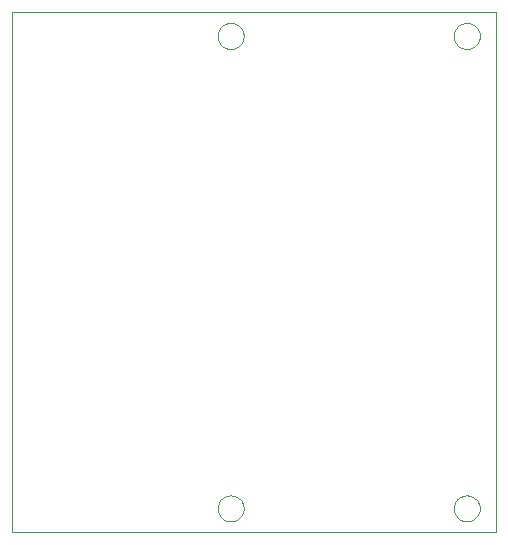
<source format=gko>
G75*
G70*
%OFA0B0*%
%FSLAX24Y24*%
%IPPOS*%
%LPD*%
%AMOC8*
5,1,8,0,0,1.08239X$1,22.5*
%
%ADD10C,0.0000*%
D10*
X014090Y000524D02*
X014090Y017847D01*
X030232Y017847D01*
X030232Y000524D01*
X014090Y000524D01*
X020941Y001311D02*
X020943Y001352D01*
X020949Y001393D01*
X020959Y001433D01*
X020972Y001472D01*
X020989Y001509D01*
X021010Y001545D01*
X021034Y001579D01*
X021061Y001610D01*
X021090Y001638D01*
X021123Y001664D01*
X021157Y001686D01*
X021194Y001705D01*
X021232Y001720D01*
X021272Y001732D01*
X021312Y001740D01*
X021353Y001744D01*
X021395Y001744D01*
X021436Y001740D01*
X021476Y001732D01*
X021516Y001720D01*
X021554Y001705D01*
X021590Y001686D01*
X021625Y001664D01*
X021658Y001638D01*
X021687Y001610D01*
X021714Y001579D01*
X021738Y001545D01*
X021759Y001509D01*
X021776Y001472D01*
X021789Y001433D01*
X021799Y001393D01*
X021805Y001352D01*
X021807Y001311D01*
X021805Y001270D01*
X021799Y001229D01*
X021789Y001189D01*
X021776Y001150D01*
X021759Y001113D01*
X021738Y001077D01*
X021714Y001043D01*
X021687Y001012D01*
X021658Y000984D01*
X021625Y000958D01*
X021591Y000936D01*
X021554Y000917D01*
X021516Y000902D01*
X021476Y000890D01*
X021436Y000882D01*
X021395Y000878D01*
X021353Y000878D01*
X021312Y000882D01*
X021272Y000890D01*
X021232Y000902D01*
X021194Y000917D01*
X021158Y000936D01*
X021123Y000958D01*
X021090Y000984D01*
X021061Y001012D01*
X021034Y001043D01*
X021010Y001077D01*
X020989Y001113D01*
X020972Y001150D01*
X020959Y001189D01*
X020949Y001229D01*
X020943Y001270D01*
X020941Y001311D01*
X028815Y001311D02*
X028817Y001352D01*
X028823Y001393D01*
X028833Y001433D01*
X028846Y001472D01*
X028863Y001509D01*
X028884Y001545D01*
X028908Y001579D01*
X028935Y001610D01*
X028964Y001638D01*
X028997Y001664D01*
X029031Y001686D01*
X029068Y001705D01*
X029106Y001720D01*
X029146Y001732D01*
X029186Y001740D01*
X029227Y001744D01*
X029269Y001744D01*
X029310Y001740D01*
X029350Y001732D01*
X029390Y001720D01*
X029428Y001705D01*
X029464Y001686D01*
X029499Y001664D01*
X029532Y001638D01*
X029561Y001610D01*
X029588Y001579D01*
X029612Y001545D01*
X029633Y001509D01*
X029650Y001472D01*
X029663Y001433D01*
X029673Y001393D01*
X029679Y001352D01*
X029681Y001311D01*
X029679Y001270D01*
X029673Y001229D01*
X029663Y001189D01*
X029650Y001150D01*
X029633Y001113D01*
X029612Y001077D01*
X029588Y001043D01*
X029561Y001012D01*
X029532Y000984D01*
X029499Y000958D01*
X029465Y000936D01*
X029428Y000917D01*
X029390Y000902D01*
X029350Y000890D01*
X029310Y000882D01*
X029269Y000878D01*
X029227Y000878D01*
X029186Y000882D01*
X029146Y000890D01*
X029106Y000902D01*
X029068Y000917D01*
X029032Y000936D01*
X028997Y000958D01*
X028964Y000984D01*
X028935Y001012D01*
X028908Y001043D01*
X028884Y001077D01*
X028863Y001113D01*
X028846Y001150D01*
X028833Y001189D01*
X028823Y001229D01*
X028817Y001270D01*
X028815Y001311D01*
X028815Y017060D02*
X028817Y017101D01*
X028823Y017142D01*
X028833Y017182D01*
X028846Y017221D01*
X028863Y017258D01*
X028884Y017294D01*
X028908Y017328D01*
X028935Y017359D01*
X028964Y017387D01*
X028997Y017413D01*
X029031Y017435D01*
X029068Y017454D01*
X029106Y017469D01*
X029146Y017481D01*
X029186Y017489D01*
X029227Y017493D01*
X029269Y017493D01*
X029310Y017489D01*
X029350Y017481D01*
X029390Y017469D01*
X029428Y017454D01*
X029464Y017435D01*
X029499Y017413D01*
X029532Y017387D01*
X029561Y017359D01*
X029588Y017328D01*
X029612Y017294D01*
X029633Y017258D01*
X029650Y017221D01*
X029663Y017182D01*
X029673Y017142D01*
X029679Y017101D01*
X029681Y017060D01*
X029679Y017019D01*
X029673Y016978D01*
X029663Y016938D01*
X029650Y016899D01*
X029633Y016862D01*
X029612Y016826D01*
X029588Y016792D01*
X029561Y016761D01*
X029532Y016733D01*
X029499Y016707D01*
X029465Y016685D01*
X029428Y016666D01*
X029390Y016651D01*
X029350Y016639D01*
X029310Y016631D01*
X029269Y016627D01*
X029227Y016627D01*
X029186Y016631D01*
X029146Y016639D01*
X029106Y016651D01*
X029068Y016666D01*
X029032Y016685D01*
X028997Y016707D01*
X028964Y016733D01*
X028935Y016761D01*
X028908Y016792D01*
X028884Y016826D01*
X028863Y016862D01*
X028846Y016899D01*
X028833Y016938D01*
X028823Y016978D01*
X028817Y017019D01*
X028815Y017060D01*
X020941Y017060D02*
X020943Y017101D01*
X020949Y017142D01*
X020959Y017182D01*
X020972Y017221D01*
X020989Y017258D01*
X021010Y017294D01*
X021034Y017328D01*
X021061Y017359D01*
X021090Y017387D01*
X021123Y017413D01*
X021157Y017435D01*
X021194Y017454D01*
X021232Y017469D01*
X021272Y017481D01*
X021312Y017489D01*
X021353Y017493D01*
X021395Y017493D01*
X021436Y017489D01*
X021476Y017481D01*
X021516Y017469D01*
X021554Y017454D01*
X021590Y017435D01*
X021625Y017413D01*
X021658Y017387D01*
X021687Y017359D01*
X021714Y017328D01*
X021738Y017294D01*
X021759Y017258D01*
X021776Y017221D01*
X021789Y017182D01*
X021799Y017142D01*
X021805Y017101D01*
X021807Y017060D01*
X021805Y017019D01*
X021799Y016978D01*
X021789Y016938D01*
X021776Y016899D01*
X021759Y016862D01*
X021738Y016826D01*
X021714Y016792D01*
X021687Y016761D01*
X021658Y016733D01*
X021625Y016707D01*
X021591Y016685D01*
X021554Y016666D01*
X021516Y016651D01*
X021476Y016639D01*
X021436Y016631D01*
X021395Y016627D01*
X021353Y016627D01*
X021312Y016631D01*
X021272Y016639D01*
X021232Y016651D01*
X021194Y016666D01*
X021158Y016685D01*
X021123Y016707D01*
X021090Y016733D01*
X021061Y016761D01*
X021034Y016792D01*
X021010Y016826D01*
X020989Y016862D01*
X020972Y016899D01*
X020959Y016938D01*
X020949Y016978D01*
X020943Y017019D01*
X020941Y017060D01*
M02*

</source>
